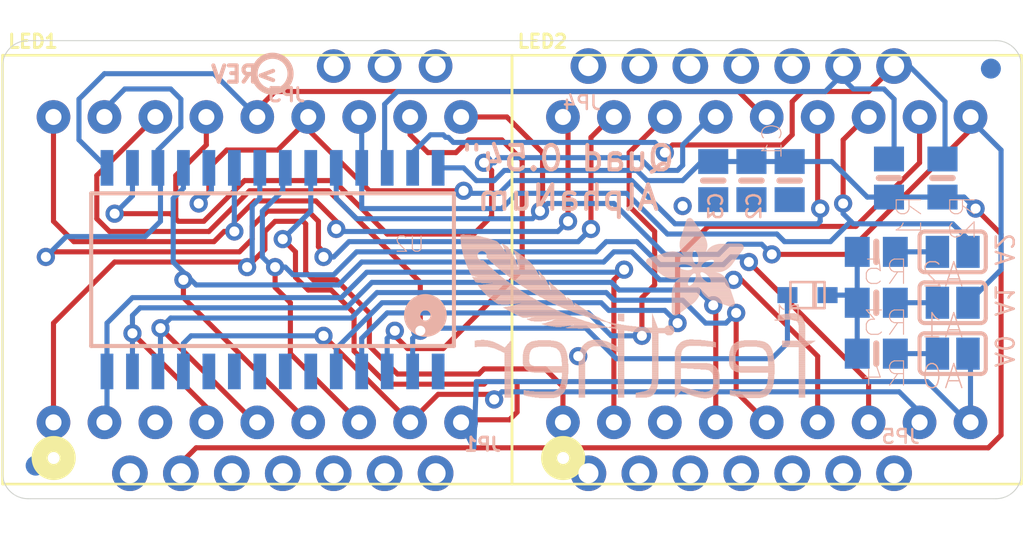
<source format=kicad_pcb>
(kicad_pcb (version 20211014) (generator pcbnew)
  (layers (0 "F.Cu" signal) (1 "In1.Cu" signal) (2 "In2.Cu" signal) (3 "In3.Cu" signal) (4 "In4.Cu" signal) (5 "In5.Cu" signal) (6 "In6.Cu" signal) (7 "In7.Cu" signal) (8 "In8.Cu" signal) (9 "In9.Cu" signal) (10 "In10.Cu" signal) (11 "In11.Cu" signal) (12 "In12.Cu" signal) (13 "In13.Cu" signal) (14 "In14.Cu" signal) (31 "B.Cu" signal) (34 "B.Paste" user) (35 "F.Paste" user) (36 "B.SilkS" user "B.Silkscreen") (37 "F.SilkS" user "F.Silkscreen") (38 "B.Mask" user) (39 "F.Mask" user) (44 "Edge.Cuts" user))
  (net 0 "")
  (net 1 "VDD")
  (net 2 "GND")
  (net 3 "N$19")
  (net 4 "N$20")
  (net 5 "A1")
  (net 6 "COM0")
  (net 7 "N$10")
  (net 8 "N$11")
  (net 9 "N$12")
  (net 10 "N$13")
  (net 11 "N$16")
  (net 12 "A0")
  (net 13 "A2")
  (net 14 "SDA")
  (net 15 "SCL")
  (net 16 "N$1")
  (net 17 "N$7")
  (net 18 "N$4")
  (net 19 "N$5")
  (net 20 "N$6")
  (net 21 "N$8")
  (net 22 "N$9")
  (net 23 "N$14")
  (net 24 "N$15")
  (net 25 "COM1")
  (net 26 "COM2")
  (net 27 "COM3")
  (footprint "boardEagle:SEGMENT_STARTBUST_DUAL_KWA-541CBB" (layer "F.Cu") (at 161.2011 105.0036)
    (fp_text reference "LED2")
    (fp_text value "")
  )
  (footprint "boardEagle:SEGMENT_STARTBUST_DUAL_KWA-541CBB" (layer "F.Cu") (at 135.8011 105.0036)
    (fp_text reference "LED1")
    (fp_text value "")
  )
  (footprint "boardEagle:0805-NO" (layer "B.Cu") (at 166.6621 106.6546)
    (fp_text reference "R3")
    (fp_text value "47K")
  )
  (footprint "boardEagle:1X03_ROUND" (layer "B.Cu") (at 142.1511 94.8436)
    (fp_text reference "JP3")
    (fp_text value "")
  )
  (footprint "boardEagle:0805-NO" (layer "B.Cu") (at 162.3441 100.5586 -90)
    (fp_text reference "C1")
    (fp_text value "10uF")
  )
  (footprint "boardEagle:0805-NO" (layer "B.Cu") (at 166.6621 109.1946)
    (fp_text reference "R4")
    (fp_text value "47K")
  )
  (footprint "boardEagle:SOLDERJUMPER_REFLOW_NOPASTE" (layer "B.Cu") (at 170.4721 109.1946)
    (fp_text reference "A0")
    (fp_text value "")
  )
  (footprint "boardEagle:SOD-323F" (layer "B.Cu") (at 163.2331 106.2736)
    (fp_text reference "D1")
    (fp_text value "1N4148")
  )
  (footprint "boardEagle:0805-NO" (layer "B.Cu") (at 167.2971 100.4316 90)
    (fp_text reference "R1")
    (fp_text value "10K")
  )
  (footprint "boardEagle:0805-NO" (layer "B.Cu") (at 169.9641 100.4316 90)
    (fp_text reference "R2")
    (fp_text value "10K")
  )
  (footprint "boardEagle:FIDUCIAL_1MM" (layer "B.Cu") (at 172.3771 94.9706 180)
    (fp_text reference "U$2" hide)
    (fp_text value "FIDUCIAL\"\"" hide)
  )
  (footprint "boardEagle:1X07_ROUND_70" (layer "B.Cu") (at 137.0711 115.1636 180)
    (fp_text reference "JP1")
    (fp_text value "")
  )
  (footprint "boardEagle:1X07_ROUND_70" (layer "B.Cu") (at 159.9311 115.1636 180)
    (fp_text reference "JP5")
    (fp_text value "")
  )
  (footprint "boardEagle:FIDUCIAL_1MM" (layer "B.Cu") (at 124.7521 114.7826 180)
    (fp_text reference "U$1" hide)
    (fp_text value "FIDUCIAL\"\"" hide)
  )
  (footprint "boardEagle:SOP28_300MIL_SKINNY" (layer "B.Cu") (at 136.5631 105.0036 180)
    (fp_text reference "U2")
    (fp_text value "")
  )
  (footprint "boardEagle:0805-NO" (layer "B.Cu") (at 166.6621 104.1146)
    (fp_text reference "R5")
    (fp_text value "47K")
  )
  (footprint "boardEagle:FEATHERLOGO_MED" (layer "B.Cu") (at 163.7411 111.4806 180)
    (fp_text reference "U$4" hide)
    (fp_text value "" hide)
  )
  (footprint "boardEagle:ADAFRUIT_5MM" (layer "B.Cu") (at 160.0581 107.2896 180)
    (fp_text reference "U$5" hide)
    (fp_text value "" hide)
  )
  (footprint "boardEagle:SOLDERJUMPER_REFLOW_NOPASTE" (layer "B.Cu") (at 170.4721 106.6546)
    (fp_text reference "A1")
    (fp_text value "")
  )
  (footprint "boardEagle:SOLDERJUMPER_REFLOW_NOPASTE" (layer "B.Cu") (at 170.4721 104.1146)
    (fp_text reference "A2")
    (fp_text value "")
  )
  (footprint "boardEagle:1X07_ROUND_70" (layer "B.Cu") (at 159.9311 94.8436)
    (fp_text reference "JP4")
    (fp_text value "")
  )
  (footprint "boardEagle:0805-NO" (layer "B.Cu") (at 160.4391 100.5586 -90)
    (fp_text reference "C2")
    (fp_text value "10uF")
  )
  (footprint "boardEagle:0805-NO" (layer "B.Cu") (at 158.5341 100.5586 -90)
    (fp_text reference "C3")
    (fp_text value "10uF")
  )
  (footprint "boardEagle:PCBFEAT-REV-040" (layer "B.Cu") (at 136.5631 95.2246 180)
    (fp_text reference "U$3" hide)
    (fp_text value "" hide)
  )
  (gr_line (start 173.9011 115.1636) (end 173.9011 94.8436) (layer "Edge.Cuts") (width 0.05))
  (gr_line (start 172.6311 93.5736) (end 124.3711 93.5736) (layer "Edge.Cuts") (width 0.05))
  (gr_arc (start 123.1011 94.8436) (mid 123.473074 93.945574) (end 124.3711 93.5736) (layer "Edge.Cuts") (width 0.05))
  (gr_arc (start 172.6311 93.5736) (mid 173.529126 93.945574) (end 173.9011 94.8436) (layer "Edge.Cuts") (width 0.05))
  (gr_line (start 123.1011 94.8436) (end 123.1011 115.1636) (layer "Edge.Cuts") (width 0.05))
  (gr_line (start 124.3711 116.4336) (end 172.6311 116.4336) (layer "Edge.Cuts") (width 0.05))
  (gr_arc (start 173.9011 115.1636) (mid 173.529126 116.061626) (end 172.6311 116.4336) (layer "Edge.Cuts") (width 0.05))
  (gr_arc (start 124.3711 116.4336) (mid 123.473074 116.061626) (end 123.1011 115.1636) (layer "Edge.Cuts") (width 0.05))
  (gr_text "A1" (at 172.5041 107.4166 -90) (layer "B.SilkS") (effects (font (size 0.89408 0.89408) (thickness 0.12192)) (justify left bottom mirror)))
  (gr_text "Quad 0.54\"\nAlphaNum" (at 151.2951 100.4316) (layer "B.SilkS") (effects (font (size 1.223264 1.223264) (thickness 0.199136)) (justify mirror)))
  (gr_text "A2" (at 172.5041 104.8766 -90) (layer "B.SilkS") (effects (font (size 0.89408 0.89408) (thickness 0.12192)) (justify left bottom mirror)))
  (gr_text "A0" (at 172.5041 109.9566 -90) (layer "B.SilkS") (effects (font (size 0.89408 0.89408) (thickness 0.12192)) (justify left bottom mirror)))
  (segment (start 172.8851 103.2256) (end 171.6151 101.9556) (width 0.254) (layer "F.Cu") (net 1))
  (segment (start 172.2501 113.8936) (end 172.8851 113.2586) (width 0.254) (layer "F.Cu") (net 1))
  (segment (start 132.7531 113.8936) (end 172.2501 113.8936) (width 0.254) (layer "F.Cu") (net 1))
  (segment (start 131.9911 115.1636) (end 131.9911 114.6556) (width 0.254) (layer "F.Cu") (net 1))
  (segment (start 172.8851 113.2586) (end 172.8851 103.2256) (width 0.254) (layer "F.Cu") (net 1))
  (segment (start 131.9911 114.6556) (end 132.7531 113.8936) (width 0.254) (layer "F.Cu") (net 1))
  (via (at 171.6151 101.9556) (size 0.9064) (drill 0.5) (layers "F.Cu" "B.Cu") (net 1))
  (segment (start 154.7241 100.0506) (end 155.2321 100.5586) (width 0.254) (layer "B.Cu") (net 1))
  (segment (start 171.0411 101.3816) (end 171.6151 101.9556) (width 0.254) (layer "B.Cu") (net 1))
  (segment (start 148.1201 100.0506) (end 154.7241 100.0506) (width 0.254) (layer "B.Cu") (net 1))
  (segment (start 157.0101 100.5586) (end 157.9601 99.6086) (width 0.254) (layer "B.Cu") (net 1))
  (segment (start 169.9641 101.3816) (end 167.2971 101.3816) (width 0.254) (layer "B.Cu") (net 1))
  (segment (start 164.4421 99.6086) (end 162.3441 99.6086) (width 0.254) (layer "B.Cu") (net 1))
  (segment (start 167.2971 101.3816) (end 166.2151 101.3816) (width 0.254) (layer "B.Cu") (net 1))
  (segment (start 144.8181 99.9236) (end 146.0881 99.9236) (width 0.254) (layer "B.Cu") (net 1))
  (segment (start 146.7231 100.5586) (end 147.6121 100.5586) (width 0.254) (layer "B.Cu") (net 1))
  (segment (start 155.2321 100.5586) (end 157.0101 100.5586) (width 0.254) (layer "B.Cu") (net 1))
  (segment (start 166.2151 101.3816) (end 164.4421 99.6086) (width 0.254) (layer "B.Cu") (net 1))
  (segment (start 147.6121 100.5586) (end 148.1201 100.0506) (width 0.254) (layer "B.Cu") (net 1))
  (segment (start 158.5341 99.6086) (end 160.4391 99.6086) (width 0.254) (layer "B.Cu") (net 1))
  (segment (start 169.9641 101.3816) (end 171.0411 101.3816) (width 0.254) (layer "B.Cu") (net 1))
  (segment (start 157.9601 99.6086) (end 158.5341 99.6086) (width 0.254) (layer "B.Cu") (net 1))
  (segment (start 146.0881 99.9236) (end 146.7231 100.5586) (width 0.254) (layer "B.Cu") (net 1))
  (segment (start 160.4391 99.6086) (end 162.3441 99.6086) (width 0.254) (layer "B.Cu") (net 1))
  (via (at 157.0101 101.8286) (size 0.9064) (drill 0.5) (layers "F.Cu" "B.Cu") (net 2))
  (via (at 151.8031 109.3216) (size 0.9064) (drill 0.5) (layers "F.Cu" "B.Cu") (net 2))
  (segment (start 169.7101 106.6546) (end 167.6121 106.6546) (width 0.254) (layer "B.Cu") (net 3))
  (segment (start 169.7101 109.1946) (end 167.6121 109.1946) (width 0.254) (layer "B.Cu") (net 4))
  (segment (start 161.4551 104.2416) (end 165.1381 104.2416) (width 0.254) (layer "F.Cu") (net 5))
  (segment (start 171.3611 98.0186) (end 171.3611 97.3836) (width 0.254) (layer "F.Cu") (net 5))
  (segment (start 148.2471 97.3836) (end 150.0251 99.1616) (width 0.254) (layer "F.Cu") (net 5))
  (segment (start 150.0251 101.9556) (end 149.8981 102.0826) (width 0.254) (layer "F.Cu") (net 5))
  (segment (start 165.1381 104.2416) (end 171.3611 98.0186) (width 0.254) (layer "F.Cu") (net 5))
  (segment (start 145.9611 97.3836) (end 148.2471 97.3836) (width 0.254) (layer "F.Cu") (net 5))
  (segment (start 150.0251 99.1616) (end 150.0251 101.9556) (width 0.254) (layer "F.Cu") (net 5))
  (via (at 149.8981 102.0826) (size 0.9064) (drill 0.5) (layers "F.Cu" "B.Cu") (net 5))
  (via (at 161.4551 104.2416) (size 0.9064) (drill 0.5) (layers "F.Cu" "B.Cu") (net 5))
  (segment (start 160.9471 103.7336) (end 161.4551 104.2416) (width 0.254) (layer "B.Cu") (net 5))
  (segment (start 172.8851 105.0036) (end 172.8851 99.0346) (width 0.254) (layer "B.Cu") (net 5))
  (segment (start 171.3611 97.5106) (end 171.3611 97.3836) (width 0.254) (layer "B.Cu") (net 5))
  (segment (start 159.2961 103.7336) (end 160.9471 103.7336) (width 0.254) (layer "B.Cu") (net 5))
  (segment (start 158.7881 104.2416) (end 159.2961 103.7336) (width 0.254) (layer "B.Cu") (net 5))
  (segment (start 171.2341 106.6546) (end 172.8851 105.0036) (width 0.254) (layer "B.Cu") (net 5))
  (segment (start 172.8851 99.0346) (end 171.3611 97.5106) (width 0.254) (layer "B.Cu") (net 5))
  (segment (start 149.5171 102.4636) (end 149.8981 102.0826) (width 0.254) (layer "B.Cu") (net 5))
  (segment (start 140.7541 102.4636) (end 149.5171 102.4636) (width 0.254) (layer "B.Cu") (net 5))
  (segment (start 153.5811 101.7016) (end 156.1211 104.2416) (width 0.254) (layer "B.Cu") (net 5))
  (segment (start 140.7541 102.4636) (end 139.7381 101.4476) (width 0.254) (layer "B.Cu") (net 5))
  (segment (start 150.2791 101.7016) (end 153.5811 101.7016) (width 0.254) (layer "B.Cu") (net 5))
  (segment (start 139.7381 99.9236) (end 139.7381 101.4476) (width 0.254) (layer "B.Cu") (net 5))
  (segment (start 149.8981 102.0826) (end 150.2791 101.7016) (width 0.254) (layer "B.Cu") (net 5))
  (segment (start 156.1211 104.2416) (end 158.7881 104.2416) (width 0.254) (layer "B.Cu") (net 5))
  (segment (start 139.3571 101.0666) (end 143.9291 105.6386) (width 0.254) (layer "F.Cu") (net 6))
  (segment (start 135.4201 101.0666) (end 139.3571 101.0666) (width 0.254) (layer "F.Cu") (net 6))
  (segment (start 135.4201 101.0666) (end 133.3881 103.0986) (width 0.254) (layer "F.Cu") (net 6))
  (segment (start 143.9291 105.6386) (end 143.9291 108.0516) (width 0.254) (layer "F.Cu") (net 6))
  (segment (start 133.3881 103.0986) (end 128.4351 103.0986) (width 0.254) (layer "F.Cu") (net 6))
  (segment (start 127.8001 100.3046) (end 130.7211 97.3836) (width 0.254) (layer "F.Cu") (net 6))
  (segment (start 128.4351 103.0986) (end 127.8001 102.4636) (width 0.254) (layer "F.Cu") (net 6))
  (segment (start 127.8001 102.4636) (end 127.8001 100.3046) (width 0.254) (layer "F.Cu") (net 6))
  (via (at 143.9291 108.0516) (size 0.9064) (drill 0.5) (layers "F.Cu" "B.Cu") (net 6))
  (segment (start 143.5481 108.4326) (end 143.9291 108.0516) (width 0.254) (layer "B.Cu") (net 6))
  (segment (start 143.5481 110.0836) (end 143.5481 108.4326) (width 0.254) (layer "B.Cu") (net 6))
  (segment (start 162.2331 107.0196) (end 162.2331 106.2736) (width 0.254) (layer "B.Cu") (net 6))
  (segment (start 143.9291 108.0516) (end 143.9291 107.9246) (width 0.254) (layer "B.Cu") (net 6))
  (segment (start 143.9291 107.9246) (end 152.1841 107.9246) (width 0.254) (layer "B.Cu") (net 6))
  (segment (start 153.7081 109.4486) (end 161.4551 109.4486) (width 0.254) (layer "B.Cu") (net 6))
  (segment (start 162.2331 108.6706) (end 162.2331 106.2736) (width 0.254) (layer "B.Cu") (net 6))
  (segment (start 161.4551 109.4486) (end 162.2331 108.6706) (width 0.254) (layer "B.Cu") (net 6))
  (segment (start 152.1841 107.9246) (end 153.7081 109.4486) (width 0.254) (layer "B.Cu") (net 6))
  (segment (start 136.6901 105.8926) (end 136.6901 104.8766) (width 0.254) (layer "F.Cu") (net 7))
  (segment (start 137.4521 106.6546) (end 137.4521 109.1946) (width 0.254) (layer "F.Cu") (net 7))
  (segment (start 166.2811 112.6236) (end 166.2811 110.5916) (width 0.254) (layer "F.Cu") (net 7))
  (segment (start 137.4521 109.1946) (end 140.8811 112.6236) (width 0.254) (layer "F.Cu") (net 7))
  (segment (start 137.4521 106.6546) (end 136.6901 105.8926) (width 0.254) (layer "F.Cu") (net 7))
  (segment (start 166.2811 110.5916) (end 160.3121 104.6226) (width 0.254) (layer "F.Cu") (net 7))
  (via (at 160.3121 104.6226) (size 0.9064) (drill 0.5) (layers "F.Cu" "B.Cu") (net 7))
  (via (at 136.6901 104.8766) (size 0.9064) (drill 0.5) (layers "F.Cu" "B.Cu") (net 7))
  (segment (start 137.0711 101.0666) (end 137.0711 100.0506) (width 0.254) (layer "B.Cu") (net 7))
  (segment (start 137.0711 100.0506) (end 137.1981 99.9236) (width 0.254) (layer "B.Cu") (net 7))
  (segment (start 140.7541 104.1146) (end 152.6921 104.1146) (width 0.254) (layer "B.Cu") (net 7))
  (segment (start 160.0581 104.3686) (end 160.3121 104.6226) (width 0.254) (layer "B.Cu") (net 7))
  (segment (start 159.0421 104.7496) (end 159.4231 104.3686) (width 0.254) (layer "B.Cu") (net 7))
  (segment (start 153.2001 103.6066) (end 154.7241 103.6066) (width 0.254) (layer "B.Cu") (net 7))
  (segment (start 137.5791 105.2576) (end 137.1981 104.8766) (width 0.254) (layer "B.Cu") (net 7))
  (segment (start 154.7241 103.6066) (end 155.8671 104.7496) (width 0.254) (layer "B.Cu") (net 7))
  (segment (start 137.5791 105.2576) (end 139.6111 105.2576) (width 0.254) (layer "B.Cu") (net 7))
  (segment (start 139.6111 105.2576) (end 140.7541 104.1146) (width 0.254) (layer "B.Cu") (net 7))
  (segment (start 155.8671 104.7496) (end 159.0421 104.7496) (width 0.254) (layer "B.Cu") (net 7))
  (segment (start 136.5631 104.8766) (end 136.6901 104.8766) (width 0.254) (layer "B.Cu") (net 7))
  (segment (start 137.1981 104.8766) (end 136.6901 104.8766) (width 0.254) (layer "B.Cu") (net 7))
  (segment (start 159.4231 104.3686) (end 160.0581 104.3686) (width 0.254) (layer "B.Cu") (net 7))
  (segment (start 136.0551 102.0826) (end 136.0551 104.3686) (width 0.254) (layer "B.Cu") (net 7))
  (segment (start 152.6921 104.1146) (end 153.2001 103.6066) (width 0.254) (layer "B.Cu") (net 7))
  (segment (start 136.0551 104.3686) (end 136.5631 104.8766) (width 0.254) (layer "B.Cu") (net 7))
  (segment (start 137.0711 101.0666) (end 136.0551 102.0826) (width 0.254) (layer "B.Cu") (net 7))
  (segment (start 128.6891 104.6226) (end 125.6411 107.6706) (width 0.254) (layer "F.Cu") (net 8))
  (segment (start 141.3891 107.1626) (end 139.7381 105.5116) (width 0.254) (layer "F.Cu") (net 8))
  (segment (start 128.6891 104.6226) (end 135.1661 104.6226) (width 0.254) (layer "F.Cu") (net 8))
  (segment (start 135.2931 104.8766) (end 136.1821 103.9876) (width 0.254) (layer "F.Cu") (net 8))
  (segment (start 135.1661 104.6226) (end 135.2931 104.7496) (width 0.254) (layer "F.Cu") (net 8))
  (segment (start 125.6411 107.6706) (end 125.6411 112.6236) (width 0.254) (layer "F.Cu") (net 8))
  (segment (start 138.2141 105.1306) (end 138.2141 102.7176) (width 0.254) (layer "F.Cu") (net 8))
  (segment (start 150.1521 109.9566) (end 151.0411 110.8456) (width 0.254) (layer "F.Cu") (net 8))
  (segment (start 141.3891 108.8136) (end 141.3891 107.1626) (width 0.254) (layer "F.Cu") (net 8))
  (segment (start 147.1041 109.9566) (end 150.1521 109.9566) (width 0.254) (layer "F.Cu") (net 8))
  (segment (start 136.6901 102.5906) (end 138.0871 102.5906) (width 0.254) (layer "F.Cu") (net 8))
  (segment (start 138.5951 105.5116) (end 138.2141 105.1306) (width 0.254) (layer "F.Cu") (net 8))
  (segment (start 138.0871 102.5906) (end 138.2141 102.7176) (width 0.254) (layer "F.Cu") (net 8))
  (segment (start 142.7861 110.2106) (end 146.8501 110.2106) (width 0.254) (layer "F.Cu") (net 8))
  (segment (start 135.2931 104.7496) (end 135.2931 104.8766) (width 0.254) (layer "F.Cu") (net 8))
  (segment (start 141.3891 108.8136) (end 142.7861 110.2106) (width 0.254) (layer "F.Cu") (net 8))
  (segment (start 136.1821 103.9876) (end 136.1821 103.0986) (width 0.254) (layer "F.Cu") (net 8))
  (segment (start 146.8501 110.2106) (end 147.1041 109.9566) (width 0.254) (layer "F.Cu") (net 8))
  (segment (start 136.1821 103.0986) (end 136.6901 102.5906) (width 0.254) (layer "F.Cu") (net 8))
  (segment (start 139.7381 105.5116) (end 138.5951 105.5116) (width 0.254) (layer "F.Cu") (net 8))
  (segment (start 151.0411 110.8456) (end 151.0411 112.6236) (width 0.254) (layer "F.Cu") (net 8))
  (via (at 135.2931 104.8766) (size 0.9064) (drill 0.5) (layers "F.Cu" "B.Cu") (net 8))
  (segment (start 135.9281 101.4476) (end 135.5471 101.8286) (width 0.254) (layer "B.Cu") (net 8))
  (segment (start 135.5471 101.8286) (end 135.5471 104.6226) (width 0.254) (layer "B.Cu") (net 8))
  (segment (start 135.9281 99.9236) (end 135.9281 101.4476) (width 0.254) (layer "B.Cu") (net 8))
  (segment (start 135.5471 104.6226) (end 135.2931 104.8766) (width 0.254) (layer "B.Cu") (net 8))
  (segment (start 133.6421 103.6066) (end 126.6571 103.6066) (width 0.254) (layer "F.Cu") (net 9))
  (segment (start 151.0411 97.3836) (end 151.2951 97.6376) (width 0.254) (layer "F.Cu") (net 9))
  (segment (start 134.1501 103.0986) (end 133.6421 103.6066) (width 0.254) (layer "F.Cu") (net 9))
  (segment (start 151.2951 97.6376) (end 151.2951 102.5906) (width 0.254) (layer "F.Cu") (net 9))
  (segment (start 135.6741 101.5746) (end 138.7221 101.5746) (width 0.254) (layer "F.Cu") (net 9))
  (segment (start 134.6581 103.0986) (end 134.1501 103.0986) (width 0.254) (layer "F.Cu") (net 9))
  (segment (start 134.6581 103.0986) (end 134.6581 102.5906) (width 0.254) (layer "F.Cu") (net 9))
  (segment (start 139.7381 102.5906) (end 139.7381 102.9716) (width 0.254) (layer "F.Cu") (net 9))
  (segment (start 125.6411 102.5906) (end 125.6411 97.3836) (width 0.254) (layer "F.Cu") (net 9))
  (segment (start 134.6581 102.5906) (end 135.6741 101.5746) (width 0.254) (layer "F.Cu") (net 9))
  (segment (start 126.6571 103.6066) (end 125.6411 102.5906) (width 0.254) (layer "F.Cu") (net 9))
  (segment (start 138.7221 101.5746) (end 139.7381 102.5906) (width 0.254) (layer "F.Cu") (net 9))
  (via (at 139.7381 102.9716) (size 0.9064) (drill 0.5) (layers "F.Cu" "B.Cu") (net 9))
  (via (at 134.6581 103.0986) (size 0.9064) (drill 0.5) (layers "F.Cu" "B.Cu") (net 9))
  (via (at 151.2951 102.5906) (size 0.9064) (drill 0.5) (layers "F.Cu" "B.Cu") (net 9))
  (segment (start 134.6581 99.9236) (end 134.6581 103.0986) (width 0.254) (layer "B.Cu") (net 9))
  (segment (start 139.9921 103.0986) (end 139.8651 102.9716) (width 0.254) (layer "B.Cu") (net 9))
  (segment (start 150.7871 103.0986) (end 151.2951 102.5906) (width 0.254) (layer "B.Cu") (net 9))
  (segment (start 139.8651 102.9716) (end 139.7381 102.9716) (width 0.254) (layer "B.Cu") (net 9))
  (segment (start 139.9921 103.0986) (end 150.7871 103.0986) (width 0.254) (layer "B.Cu") (net 9))
  (segment (start 133.3881 99.9236) (end 133.3881 101.1936) (width 0.254) (layer "F.Cu") (net 10))
  (segment (start 163.7411 101.8286) (end 163.7411 97.3836) (width 0.254) (layer "F.Cu") (net 10))
  (segment (start 138.2141 97.5106) (end 138.3411 97.3836) (width 0.254) (layer "F.Cu") (net 10))
  (segment (start 141.3891 101.0666) (end 146.0881 101.0666) (width 0.254) (layer "F.Cu") (net 10))
  (segment (start 163.8681 101.9556) (end 163.7411 101.8286) (width 0.254) (layer "F.Cu") (net 10))
  (segment (start 138.2141 97.8916) (end 138.2141 97.5106) (width 0.254) (layer "F.Cu") (net 10))
  (segment (start 138.0871 97.7646) (end 136.8171 99.0346) (width 0.254) (layer "F.Cu") (net 10))
  (segment (start 138.0871 97.7646) (end 138.0871 97.6376) (width 0.254) (layer "F.Cu") (net 10))
  (segment (start 133.3881 101.1936) (end 132.8801 101.7016) (width 0.254) (layer "F.Cu") (net 10))
  (segment (start 138.2141 97.8916) (end 141.3891 101.0666) (width 0.254) (layer "F.Cu") (net 10))
  (segment (start 134.2771 99.0346) (end 133.3881 99.9236) (width 0.254) (layer "F.Cu") (net 10))
  (segment (start 138.0871 97.6376) (end 138.3411 97.3836) (width 0.254) (layer "F.Cu") (net 10))
  (segment (start 136.8171 99.0346) (end 134.2771 99.0346) (width 0.254) (layer "F.Cu") (net 10))
  (via (at 146.0881 101.0666) (size 0.9064) (drill 0.5) (layers "F.Cu" "B.Cu") (net 10))
  (via (at 132.8801 101.7016) (size 0.9064) (drill 0.5) (layers "F.Cu" "B.Cu") (net 10))
  (via (at 163.8681 101.9556) (size 0.9064) (drill 0.5) (layers "F.Cu" "B.Cu") (net 10))
  (segment (start 133.5151 101.0666) (end 132.8801 101.7016) (width 0.254) (layer "B.Cu") (net 10))
  (segment (start 154.4701 100.5586) (end 156.6291 102.7176) (width 0.254) (layer "B.Cu") (net 10))
  (segment (start 163.7411 102.7176) (end 163.8681 102.5906) (width 0.254) (layer "B.Cu") (net 10))
  (segment (start 156.6291 102.7176) (end 163.7411 102.7176) (width 0.254) (layer "B.Cu") (net 10))
  (segment (start 148.5011 100.5586) (end 154.4701 100.5586) (width 0.254) (layer "B.Cu") (net 10))
  (segment (start 146.2151 101.1936) (end 146.0881 101.0666) (width 0.254) (layer "B.Cu") (net 10))
  (segment (start 148.5011 100.5586) (end 147.8661 101.1936) (width 0.254) (layer "B.Cu") (net 10))
  (segment (start 133.5151 100.0506) (end 133.5151 101.0666) (width 0.254) (layer "B.Cu") (net 10))
  (segment (start 163.8681 102.5906) (end 163.8681 101.9556) (width 0.254) (layer "B.Cu") (net 10))
  (segment (start 133.5151 100.0506) (end 133.3881 99.9236) (width 0.254) (layer "B.Cu") (net 10))
  (segment (start 147.8661 101.1936) (end 146.2151 101.1936) (width 0.254) (layer "B.Cu") (net 10))
  (segment (start 163.7411 112.4966) (end 163.7411 112.6236) (width 0.254) (layer "F.Cu") (net 11))
  (segment (start 163.7411 112.6236) (end 163.7411 109.3216) (width 0.254) (layer "F.Cu") (net 11))
  (segment (start 132.1181 106.4006) (end 132.1181 105.5116) (width 0.254) (layer "F.Cu") (net 11))
  (segment (start 138.3411 112.6236) (end 132.1181 106.4006) (width 0.254) (layer "F.Cu") (net 11))
  (segment (start 163.7411 109.3216) (end 159.9311 105.5116) (width 0.254) (layer "F.Cu") (net 11))
  (segment (start 159.9311 105.5116) (end 159.5501 105.5116) (width 0.254) (layer "F.Cu") (net 11))
  (via (at 159.5501 105.5116) (size 0.9064) (drill 0.5) (layers "F.Cu" "B.Cu") (net 11))
  (via (at 132.1181 105.5116) (size 0.9064) (drill 0.5) (layers "F.Cu" "B.Cu") (net 11))
  (segment (start 153.0731 104.6226) (end 153.5811 104.1146) (width 0.254) (layer "B.Cu") (net 11))
  (segment (start 131.6101 101.4476) (end 131.6101 104.6226) (width 0.254) (layer "B.Cu") (net 11))
  (segment (start 131.6101 104.6226) (end 132.1181 105.1306) (width 0.254) (layer "B.Cu") (net 11))
  (segment (start 139.8651 105.7656) (end 141.0081 104.6226) (width 0.254) (layer "B.Cu") (net 11))
  (segment (start 132.1181 99.9236) (end 132.1181 100.9396) (width 0.254) (layer "B.Cu") (net 11))
  (segment (start 132.1181 100.9396) (end 131.6101 101.4476) (width 0.254) (layer "B.Cu") (net 11))
  (segment (start 155.8671 105.5116) (end 159.5501 105.5116) (width 0.254) (layer "B.Cu") (net 11))
  (segment (start 153.5811 104.1146) (end 154.4701 104.1146) (width 0.254) (layer "B.Cu") (net 11))
  (segment (start 141.0081 104.6226) (end 153.0731 104.6226) (width 0.254) (layer "B.Cu") (net 11))
  (segment (start 154.4701 104.1146) (end 155.8671 105.5116) (width 0.254) (layer "B.Cu") (net 11))
  (segment (start 132.1181 105.1306) (end 132.1181 105.5116) (width 0.254) (layer "B.Cu") (net 11))
  (segment (start 132.7531 105.7656) (end 139.8651 105.7656) (width 0.254) (layer "B.Cu") (net 11))
  (segment (start 132.1181 105.1306) (end 132.7531 105.7656) (width 0.254) (layer "B.Cu") (net 11))
  (segment (start 145.9611 112.4966) (end 145.9611 112.6236) (width 0.254) (layer "F.Cu") (net 12))
  (segment (start 142.2781 110.7186) (end 147.1041 110.7186) (width 0.254) (layer "F.Cu") (net 12))
  (segment (start 148.7551 112.1156) (end 148.3741 112.4966) (width 0.254) (layer "F.Cu") (net 12))
  (segment (start 142.2781 110.7186) (end 140.6271 109.0676) (width 0.254) (layer "F.Cu") (net 12))
  (segment (start 137.7061 104.1146) (end 137.0711 103.4796) (width 0.254) (layer "F.Cu") (net 12))
  (segment (start 147.1041 110.7186) (end 147.2311 110.5916) (width 0.254) (layer "F.Cu") (net 12))
  (segment (start 137.7061 105.3846) (end 137.7061 104.1146) (width 0.254) (layer "F.Cu") (net 12))
  (segment (start 138.3411 106.0196) (end 137.7061 105.3846) (width 0.254) (layer "F.Cu") (net 12))
  (segment (start 147.2311 110.5916) (end 148.7551 110.5916) (width 0.254) (layer "F.Cu") (net 12))
  (segment (start 139.4841 106.0196) (end 138.3411 106.0196) (width 0.254) (layer "F.Cu") (net 12))
  (segment (start 140.6271 109.0676) (end 140.6271 107.1626) (width 0.254) (layer "F.Cu") (net 12))
  (segment (start 148.7551 110.5916) (end 148.7551 112.1156) (width 0.254) (layer "F.Cu") (net 12))
  (segment (start 140.6271 107.1626) (end 139.4841 106.0196) (width 0.254) (layer "F.Cu") (net 12))
  (segment (start 148.3741 112.4966) (end 145.9611 112.4966) (width 0.254) (layer "F.Cu") (net 12))
  (via (at 137.0711 103.4796) (size 0.9064) (drill 0.5) (layers "F.Cu" "B.Cu") (net 12))
  (segment (start 171.2341 112.6236) (end 171.3611 112.6236) (width 0.254) (layer "B.Cu") (net 12))
  (segment (start 146.5961 113.8936) (end 145.9611 112.6236) (width 0.254) (layer "B.Cu") (net 12))
  (segment (start 171.2341 109.1946) (end 171.3611 109.3216) (width 0.254) (layer "B.Cu") (net 12))
  (segment (start 138.4681 99.9236) (end 138.4681 102.0826) (width 0.254) (layer "B.Cu") (net 12))
  (segment (start 138.4681 102.0826) (end 137.0711 103.4796) (width 0.254) (layer "B.Cu") (net 12))
  (segment (start 171.2341 112.4966) (end 171.3611 112.6236) (width 0.254) (layer "B.Cu") (net 12))
  (segment (start 146.7231 110.5916) (end 169.2021 110.5916) (width 0.254) (layer "B.Cu") (net 12))
  (segment (start 146.7231 110.5916) (end 146.5961 113.8936) (width 0.254) (layer "B.Cu") (net 12))
  (segment (start 171.3611 109.3216) (end 171.3611 112.6236) (width 0.254) (layer "B.Cu") (net 12))
  (segment (start 169.2021 110.5916) (end 171.2341 112.6236) (width 0.254) (layer "B.Cu") (net 12))
  (segment (start 165.0111 98.5266) (end 166.1541 97.3836) (width 0.254) (layer "F.Cu") (net 13))
  (segment (start 165.0111 101.7016) (end 165.0111 98.5266) (width 0.254) (layer "F.Cu") (net 13))
  (segment (start 166.1541 97.3836) (end 166.2811 97.3836) (width 0.254) (layer "F.Cu") (net 13))
  (via (at 165.0111 101.7016) (size 0.9064) (drill 0.5) (layers "F.Cu" "B.Cu") (net 13))
  (segment (start 161.7091 103.2256) (end 162.0901 103.6066) (width 0.254) (layer "B.Cu") (net 13))
  (segment (start 164.3761 103.6066) (end 165.3921 102.5906) (width 0.254) (layer "B.Cu") (net 13))
  (segment (start 165.0111 102.2096) (end 165.3921 102.5906) (width 0.254) (layer "B.Cu") (net 13))
  (segment (start 171.2341 103.4796) (end 170.4721 102.7176) (width 0.254) (layer "B.Cu") (net 13))
  (segment (start 162.0901 103.6066) (end 164.3761 103.6066) (width 0.254) (layer "B.Cu") (net 13))
  (segment (start 165.0111 102.2096) (end 165.0111 101.7016) (width 0.254) (layer "B.Cu") (net 13))
  (segment (start 170.4721 102.7176) (end 165.5191 102.7176) (width 0.254) (layer "B.Cu") (net 13))
  (segment (start 141.0081 101.9556) (end 141.0081 99.9236) (width 0.254) (layer "B.Cu") (net 13))
  (segment (start 156.2481 103.2256) (end 161.7091 103.2256) (width 0.254) (layer "B.Cu") (net 13))
  (segment (start 148.7551 101.1936) (end 154.2161 101.1936) (width 0.254) (layer "B.Cu") (net 13))
  (segment (start 171.2341 104.1146) (end 171.2341 103.4796) (width 0.254) (layer "B.Cu") (net 13))
  (segment (start 141.0081 97.5106) (end 140.8811 97.3836) (width 0.254) (layer "B.Cu") (net 13))
  (segment (start 147.9931 101.9556) (end 148.7551 101.1936) (width 0.254) (layer "B.Cu") (net 13))
  (segment (start 141.0081 101.9556) (end 147.9931 101.9556) (width 0.254) (layer "B.Cu") (net 13))
  (segment (start 154.2161 101.1936) (end 156.2481 103.2256) (width 0.254) (layer "B.Cu") (net 13))
  (segment (start 165.3921 102.5906) (end 165.5191 102.7176) (width 0.254) (layer "B.Cu") (net 13))
  (segment (start 141.0081 99.9236) (end 141.0081 97.5106) (width 0.254) (layer "B.Cu") (net 13))
  (segment (start 162.4711 96.6216) (end 162.9791 96.1136) (width 0.254) (layer "F.Cu") (net 14))
  (segment (start 162.4711 98.2726) (end 162.4711 96.6216) (width 0.254) (layer "F.Cu") (net 14))
  (segment (start 156.1211 99.1616) (end 156.5021 98.7806) (width 0.254) (layer "F.Cu") (net 14))
  (segment (start 161.9631 98.7806) (end 162.4711 98.2726) (width 0.254) (layer "F.Cu") (net 14))
  (segment (start 156.5021 98.7806) (end 161.9631 98.7806) (width 0.254) (layer "F.Cu") (net 14))
  (segment (start 166.2811 96.1136) (end 167.5511 94.8436) (width 0.254) (layer "F.Cu") (net 14))
  (segment (start 162.9791 96.1136) (end 166.2811 96.1136) (width 0.254) (layer "F.Cu") (net 14))
  (via (at 156.1211 99.1616) (size 0.9064) (drill 0.5) (layers "F.Cu" "B.Cu") (net 14))
  (segment (start 144.4371 98.2726) (end 143.4211 99.2886) (width 0.254) (layer "B.Cu") (net 14))
  (segment (start 168.3131 94.8436) (end 167.5511 94.8436) (width 0.254) (layer "B.Cu") (net 14))
  (segment (start 143.4211 99.7966) (end 143.5481 99.9236) (width 0.254) (layer "B.Cu") (net 14))
  (segment (start 145.1991 98.3996) (end 145.0721 98.2726) (width 0.254) (layer "B.Cu") (net 14))
  (segment (start 145.3261 98.3996) (end 145.1991 98.3996) (width 0.254) (layer "B.Cu") (net 14))
  (segment (start 168.3131 94.8436) (end 170.0911 96.6216) (width 0.254) (layer "B.Cu") (net 14))
  (segment (start 145.3261 98.3996) (end 145.5801 98.6536) (width 0.254) (layer "B.Cu") (net 14))
  (segment (start 145.0721 98.2726) (end 144.4371 98.2726) (width 0.254) (layer "B.Cu") (net 14))
  (segment (start 170.0911 99.4816) (end 169.9641 99.4816) (width 0.254) (layer "B.Cu") (net 14))
  (segment (start 155.6131 98.6536) (end 156.1211 99.1616) (width 0.254) (layer "B.Cu") (net 14))
  (segment (start 143.4211 99.2886) (end 143.4211 99.7966) (width 0.254) (layer "B.Cu") (net 14))
  (segment (start 170.0911 96.6216) (end 170.0911 99.4816) (width 0.254) (layer "B.Cu") (net 14))
  (segment (start 169.9641 99.8626) (end 169.9641 99.4816) (width 0.254) (layer "B.Cu") (net 14))
  (segment (start 145.5801 98.6536) (end 155.6131 98.6536) (width 0.254) (layer "B.Cu") (net 14))
  (segment (start 142.7861 96.1136) (end 164.1221 96.1136) (width 0.254) (layer "B.Cu") (net 15))
  (segment (start 167.5511 96.4946) (end 167.0431 95.9866) (width 0.254) (layer "B.Cu") (net 15))
  (segment (start 165.5191 95.9866) (end 164.8841 95.3516) (width 0.254) (layer "B.Cu") (net 15))
  (segment (start 167.5511 98.9736) (end 167.2971 99.2276) (width 0.254) (layer "B.Cu") (net 15))
  (segment (start 164.8841 95.3516) (end 165.0111 95.2246) (width 0.254) (layer "B.Cu") (net 15))
  (segment (start 142.1511 99.9236) (end 142.2781 99.9236) (width 0.254) (layer "B.Cu") (net 15))
  (segment (start 167.5511 96.4946) (end 167.5511 98.9736) (width 0.254) (layer "B.Cu") (net 15))
  (segment (start 167.0431 95.9866) (end 165.5191 95.9866) (width 0.254) (layer "B.Cu") (net 15))
  (segment (start 142.1511 96.7486) (end 142.1511 99.9236) (width 0.254) (layer "B.Cu") (net 15))
  (segment (start 167.2971 99.2276) (end 167.2971 99.4816) (width 0.254) (layer "B.Cu") (net 15))
  (segment (start 164.1221 96.1136) (end 164.8841 95.3516) (width 0.254) (layer "B.Cu") (net 15))
  (segment (start 142.1511 96.7486) (end 142.7861 96.1136) (width 0.254) (layer "B.Cu") (net 15))
  (segment (start 165.0111 95.2246) (end 165.0111 94.8436) (width 0.254) (layer "B.Cu") (net 15))
  (segment (start 165.3311 106.2736) (end 165.7121 106.6546) (width 0.254) (layer "B.Cu") (net 16))
  (segment (start 165.7121 109.1946) (end 165.7121 106.6546) (width 0.254) (layer "B.Cu") (net 16))
  (segment (start 164.2331 106.2736) (end 165.3311 106.2736) (width 0.254) (layer "B.Cu") (net 16))
  (segment (start 165.7121 106.6546) (end 165.7121 104.1146) (width 0.254) (layer "B.Cu") (net 16))
  (segment (start 167.6121 104.1146) (end 169.7101 104.1146) (width 0.254) (layer "B.Cu") (net 17))
  (segment (start 125.3871 104.3686) (end 125.2601 104.3686) (width 0.254) (layer "F.Cu") (net 18))
  (segment (start 152.4381 98.3996) (end 153.4541 97.3836) (width 0.254) (layer "F.Cu") (net 18))
  (segment (start 134.9121 104.1146) (end 125.6411 104.1146) (width 0.254) (layer "F.Cu") (net 18))
  (segment (start 153.4541 97.3836) (end 153.5811 97.3836) (width 0.254) (layer "F.Cu") (net 18))
  (segment (start 138.8491 103.8606) (end 138.8491 102.5906) (width 0.254) (layer "F.Cu") (net 18))
  (segment (start 135.5471 103.4796) (end 134.9121 104.1146) (width 0.254) (layer "F.Cu") (net 18))
  (segment (start 138.8491 102.5906) (end 138.3411 102.0826) (width 0.254) (layer "F.Cu") (net 18))
  (segment (start 139.1031 104.1146) (end 139.1031 104.3686) (width 0.254) (layer "F.Cu") (net 18))
  (segment (start 125.6411 104.1146) (end 125.3871 104.3686) (width 0.254) (layer "F.Cu") (net 18))
  (segment (start 138.3411 102.0826) (end 136.3091 102.0826) (width 0.254) (layer "F.Cu") (net 18))
  (segment (start 135.5471 102.8446) (end 135.5471 103.4796) (width 0.254) (layer "F.Cu") (net 18))
  (segment (start 136.3091 102.0826) (end 135.5471 102.8446) (width 0.254) (layer "F.Cu") (net 18))
  (segment (start 138.8491 103.8606) (end 139.1031 104.1146) (width 0.254) (layer "F.Cu") (net 18))
  (segment (start 152.4381 102.9716) (end 152.4381 98.3996) (width 0.254) (layer "F.Cu") (net 18))
  (via (at 152.4381 102.9716) (size 0.9064) (drill 0.5) (layers "F.Cu" "B.Cu") (net 18))
  (via (at 125.2601 104.3686) (size 0.9064) (drill 0.5) (layers "F.Cu" "B.Cu") (net 18))
  (via (at 139.1031 104.3686) (size 0.9064) (drill 0.5) (layers "F.Cu" "B.Cu") (net 18))
  (segment (start 128.1811 97.0026) (end 128.1811 97.3836) (width 0.254) (layer "B.Cu") (net 18))
  (segment (start 131.9911 97.8916) (end 131.9911 96.4946) (width 0.254) (layer "B.Cu") (net 18))
  (segment (start 140.3731 103.6066) (end 151.8031 103.6066) (width 0.254) (layer "B.Cu") (net 18))
  (segment (start 125.2601 104.3686) (end 126.2761 103.3526) (width 0.254) (layer "B.Cu") (net 18))
  (segment (start 131.9911 96.4946) (end 131.4831 95.9866) (width 0.254) (layer "B.Cu") (net 18))
  (segment (start 139.6111 104.3686) (end 139.1031 104.3686) (width 0.254) (layer "B.Cu") (net 18))
  (segment (start 129.1971 95.9866) (end 128.1811 97.0026) (width 0.254) (layer "B.Cu") (net 18))
  (segment (start 130.2131 103.3526) (end 130.9751 102.5906) (width 0.254) (layer "B.Cu") (net 18))
  (segment (start 130.8481 99.0346) (end 131.9911 97.8916) (width 0.254) (layer "B.Cu") (net 18))
  (segment (start 151.8031 103.6066) (end 152.4381 102.9716) (width 0.254) (layer "B.Cu") (net 18))
  (segment (start 140.3731 103.6066) (end 139.6111 104.3686) (width 0.254) (layer "B.Cu") (net 18))
  (segment (start 130.8481 99.9236) (end 130.8481 99.0346) (width 0.254) (layer "B.Cu") (net 18))
  (segment (start 130.9751 102.5906) (end 130.9751 100.0506) (width 0.254) (layer "B.Cu") (net 18))
  (segment (start 126.2761 103.3526) (end 130.2131 103.3526) (width 0.254) (layer "B.Cu") (net 18))
  (segment (start 130.9751 100.0506) (end 130.8481 99.9236) (width 0.254) (layer "B.Cu") (net 18))
  (segment (start 131.4831 95.9866) (end 129.1971 95.9866) (width 0.254) (layer "B.Cu") (net 18))
  (segment (start 133.2611 98.7806) (end 131.7371 100.3046) (width 0.254) (layer "F.Cu") (net 19))
  (segment (start 131.4831 102.2096) (end 131.7371 102.4636) (width 0.254) (layer "F.Cu") (net 19))
  (segment (start 142.2781 103.2256) (end 146.5961 103.2256) (width 0.254) (layer "F.Cu") (net 19))
  (segment (start 131.7371 102.4636) (end 131.8641 102.5906) (width 0.254) (layer "F.Cu") (net 19))
  (segment (start 135.1661 100.5586) (end 139.6111 100.5586) (width 0.254) (layer "F.Cu") (net 19))
  (segment (start 131.4831 102.2096) (end 128.6891 102.2096) (width 0.254) (layer "F.Cu") (net 19))
  (segment (start 133.1341 102.5906) (end 135.1661 100.5586) (width 0.254) (layer "F.Cu") (net 19))
  (segment (start 142.2781 103.2256) (end 139.6111 100.5586) (width 0.254) (layer "F.Cu") (net 19))
  (segment (start 147.4851 102.3366) (end 147.4851 100.0506) (width 0.254) (layer "F.Cu") (net 19))
  (segment (start 147.4851 100.0506) (end 147.1041 99.6696) (width 0.254) (layer "F.Cu") (net 19))
  (segment (start 146.5961 103.2256) (end 147.4851 102.3366) (width 0.254) (layer "F.Cu") (net 19))
  (segment (start 133.2611 97.3836) (end 133.2611 98.7806) (width 0.254) (layer "F.Cu") (net 19))
  (segment (start 131.7371 100.3046) (end 131.7371 102.4636) (width 0.254) (layer "F.Cu") (net 19))
  (segment (start 131.8641 102.5906) (end 133.1341 102.5906) (width 0.254) (layer "F.Cu") (net 19))
  (via (at 147.1041 99.6696) (size 0.9064) (drill 0.5) (layers "F.Cu" "B.Cu") (net 19))
  (via (at 128.6891 102.2096) (size 0.9064) (drill 0.5) (layers "F.Cu" "B.Cu") (net 19))
  (segment (start 147.6121 99.6696) (end 147.1041 99.6696) (width 0.254) (layer "B.Cu") (net 19))
  (segment (start 154.8511 99.4156) (end 155.4861 100.0506) (width 0.254) (layer "B.Cu") (net 19))
  (segment (start 147.8661 99.4156) (end 147.6121 99.6696) (width 0.254) (layer "B.Cu") (net 19))
  (segment (start 158.4071 97.3836) (end 158.6611 97.3836) (width 0.254) (layer "B.Cu") (net 19))
  (segment (start 154.8511 99.4156) (end 147.8661 99.4156) (width 0.254) (layer "B.Cu") (net 19))
  (segment (start 156.7561 100.0506) (end 157.0101 99.7966) (width 0.254) (layer "B.Cu") (net 19))
  (segment (start 128.6891 102.2096) (end 129.5781 101.3206) (width 0.254) (layer "B.Cu") (net 19))
  (segment (start 156.7561 100.0506) (end 155.4861 100.0506) (width 0.254) (layer "B.Cu") (net 19))
  (segment (start 157.0101 98.7806) (end 158.4071 97.3836) (width 0.254) (layer "B.Cu") (net 19))
  (segment (start 129.5781 101.3206) (end 129.5781 99.9236) (width 0.254) (layer "B.Cu") (net 19))
  (segment (start 157.0101 99.7966) (end 157.0101 98.7806) (width 0.254) (layer "B.Cu") (net 19))
  (segment (start 161.0741 97.3836) (end 161.2011 97.3836) (width 0.254) (layer "F.Cu") (net 20))
  (segment (start 135.8011 97.0026) (end 135.8011 97.3836) (width 0.254) (layer "F.Cu") (net 20))
  (segment (start 159.8041 96.1136) (end 136.6901 96.1136) (width 0.254) (layer "F.Cu") (net 20))
  (segment (start 136.6901 96.1136) (end 135.8011 97.0026) (width 0.254) (layer "F.Cu") (net 20))
  (segment (start 159.8041 96.1136) (end 161.0741 97.3836) (width 0.254) (layer "F.Cu") (net 20))
  (segment (start 133.6421 95.2246) (end 128.1811 95.2246) (width 0.254) (layer "B.Cu") (net 20))
  (segment (start 135.8011 97.3836) (end 133.6421 95.2246) (width 0.254) (layer "B.Cu") (net 20))
  (segment (start 126.9111 98.5266) (end 128.3081 99.9236) (width 0.254) (layer "B.Cu") (net 20))
  (segment (start 128.1811 95.2246) (end 126.9111 96.4946) (width 0.254) (layer "B.Cu") (net 20))
  (segment (start 126.9111 96.4946) (end 126.9111 98.5266) (width 0.254) (layer "B.Cu") (net 20))
  (segment (start 153.5811 112.6236) (end 153.5811 105.5116) (width 0.254) (layer "F.Cu") (net 21))
  (segment (start 153.5811 105.5116) (end 154.0891 105.0036) (width 0.254) (layer "F.Cu") (net 21))
  (via (at 154.0891 105.0036) (size 0.9064) (drill 0.5) (layers "F.Cu" "B.Cu") (net 21))
  (segment (start 128.3081 112.6236) (end 128.3081 110.0836) (width 0.254) (layer "B.Cu") (net 21))
  (segment (start 128.3081 110.0836) (end 128.3081 107.6706) (width 0.254) (layer "B.Cu") (net 21))
  (segment (start 129.5781 106.4006) (end 128.3081 107.6706) (width 0.254) (layer "B.Cu") (net 21))
  (segment (start 139.9921 106.4006) (end 129.5781 106.4006) (width 0.254) (layer "B.Cu") (net 21))
  (segment (start 139.9921 106.4006) (end 141.2621 105.1306) (width 0.254) (layer "B.Cu") (net 21))
  (segment (start 141.2621 105.1306) (end 153.9621 105.1306) (width 0.254) (layer "B.Cu") (net 21))
  (segment (start 154.0891 105.0036) (end 153.9621 105.1306) (width 0.254) (layer "B.Cu") (net 21))
  (segment (start 128.1811 112.6236) (end 128.3081 112.6236) (width 0.254) (layer "B.Cu") (net 21))
  (segment (start 133.2611 111.8616) (end 129.5781 108.1786) (width 0.254) (layer "F.Cu") (net 22))
  (segment (start 158.6611 112.6236) (end 158.6611 106.9086) (width 0.254) (layer "F.Cu") (net 22))
  (segment (start 158.6611 106.9086) (end 158.5341 106.7816) (width 0.254) (layer "F.Cu") (net 22))
  (segment (start 133.2611 111.8616) (end 133.2611 112.6236) (width 0.254) (layer "F.Cu") (net 22))
  (via (at 158.5341 106.7816) (size 0.9064) (drill 0.5) (layers "F.Cu" "B.Cu") (net 22))
  (via (at 129.5781 108.1786) (size 0.9064) (drill 0.5) (layers "F.Cu" "B.Cu") (net 22))
  (segment (start 140.2461 106.9086) (end 141.5161 105.6386) (width 0.254) (layer "B.Cu") (net 22))
  (segment (start 158.4071 106.7816) (end 158.5341 106.7816) (width 0.254) (layer "B.Cu") (net 22))
  (segment (start 153.8351 106.0196) (end 157.7721 106.0196) (width 0.254) (layer "B.Cu") (net 22))
  (segment (start 129.5781 108.1786) (end 129.5781 110.0836) (width 0.254) (layer "B.Cu") (net 22))
  (segment (start 157.7721 106.0196) (end 158.5341 106.7816) (width 0.254) (layer "B.Cu") (net 22))
  (segment (start 129.5781 107.2896) (end 129.9591 106.9086) (width 0.254) (layer "B.Cu") (net 22))
  (segment (start 129.5781 108.1786) (end 129.5781 107.2896) (width 0.254) (layer "B.Cu") (net 22))
  (segment (start 129.9591 106.9086) (end 140.2461 106.9086) (width 0.254) (layer "B.Cu") (net 22))
  (segment (start 153.4541 105.6386) (end 153.8351 106.0196) (width 0.254) (layer "B.Cu") (net 22))
  (segment (start 141.5161 105.6386) (end 153.4541 105.6386) (width 0.254) (layer "B.Cu") (net 22))
  (segment (start 159.6771 111.0996) (end 159.6771 107.1626) (width 0.254) (layer "F.Cu") (net 23))
  (segment (start 161.2011 112.6236) (end 159.6771 111.0996) (width 0.254) (layer "F.Cu") (net 23))
  (segment (start 135.8011 112.6236) (end 135.6741 112.6236) (width 0.254) (layer "F.Cu") (net 23))
  (segment (start 135.6741 112.6236) (end 130.9751 107.9246) (width 0.254) (layer "F.Cu") (net 23))
  (via (at 130.9751 107.9246) (size 0.9064) (drill 0.5) (layers "F.Cu" "B.Cu") (net 23))
  (via (at 159.6771 107.1626) (size 0.9064) (drill 0.5) (layers "F.Cu" "B.Cu") (net 23))
  (segment (start 153.2001 106.1466) (end 153.5811 106.5276) (width 0.254) (layer "B.Cu") (net 23))
  (segment (start 130.9751 107.9246) (end 130.9751 109.9566) (width 0.254) (layer "B.Cu") (net 23))
  (segment (start 140.5001 107.4166) (end 141.7701 106.1466) (width 0.254) (layer "B.Cu") (net 23))
  (segment (start 158.1531 107.6706) (end 159.1691 107.6706) (width 0.254) (layer "B.Cu") (net 23))
  (segment (start 159.1691 107.6706) (end 159.6771 107.1626) (width 0.254) (layer "B.Cu") (net 23))
  (segment (start 157.0101 106.5276) (end 158.1531 107.6706) (width 0.254) (layer "B.Cu") (net 23))
  (segment (start 131.4831 107.4166) (end 140.5001 107.4166) (width 0.254) (layer "B.Cu") (net 23))
  (segment (start 153.5811 106.5276) (end 157.0101 106.5276) (width 0.254) (layer "B.Cu") (net 23))
  (segment (start 130.9751 109.9566) (end 130.8481 110.0836) (width 0.254) (layer "B.Cu") (net 23))
  (segment (start 130.9751 107.9246) (end 131.4831 107.4166) (width 0.254) (layer "B.Cu") (net 23))
  (segment (start 141.7701 106.1466) (end 153.2001 106.1466) (width 0.254) (layer "B.Cu") (net 23))
  (segment (start 143.4211 112.6236) (end 139.1031 108.3056) (width 0.254) (layer "F.Cu") (net 24))
  (segment (start 144.8181 111.2266) (end 147.3581 111.2266) (width 0.254) (layer "F.Cu") (net 24))
  (segment (start 143.4211 112.6236) (end 144.8181 111.2266) (width 0.254) (layer "F.Cu") (net 24))
  (segment (start 147.3581 111.2266) (end 147.6121 111.4806) (width 0.254) (layer "F.Cu") (net 24))
  (via (at 147.6121 111.4806) (size 0.9064) (drill 0.5) (layers "F.Cu" "B.Cu") (net 24))
  (via (at 139.1031 108.3056) (size 0.9064) (drill 0.5) (layers "F.Cu" "B.Cu") (net 24))
  (segment (start 147.9931 111.0996) (end 167.8051 111.0996) (width 0.254) (layer "B.Cu") (net 24))
  (segment (start 147.6121 111.4806) (end 147.9931 111.0996) (width 0.254) (layer "B.Cu") (net 24))
  (segment (start 167.8051 111.0996) (end 168.8211 112.1156) (width 0.254) (layer "B.Cu") (net 24))
  (segment (start 168.8211 112.1156) (end 168.8211 112.6236) (width 0.254) (layer "B.Cu") (net 24))
  (segment (start 132.1181 108.6866) (end 132.1181 110.0836) (width 0.254) (layer "B.Cu") (net 24))
  (segment (start 139.1031 108.3056) (end 132.4991 108.3056) (width 0.254) (layer "B.Cu") (net 24))
  (segment (start 132.4991 108.3056) (end 132.1181 108.6866) (width 0.254) (layer "B.Cu") (net 24))
  (segment (start 147.9931 98.5266) (end 146.3421 98.5266) (width 0.254) (layer "F.Cu") (net 25))
  (segment (start 146.3421 98.5266) (end 145.7071 99.1616) (width 0.254) (layer "F.Cu") (net 25))
  (segment (start 147.9931 98.5266) (end 149.0091 99.5426) (width 0.254) (layer "F.Cu") (net 25))
  (segment (start 143.2941 108.9406) (end 142.6591 108.3056) (width 0.254) (layer "F.Cu") (net 25))
  (segment (start 143.4211 97.3836) (end 143.4211 98.2726) (width 0.254) (layer "F.Cu") (net 25))
  (segment (start 145.7071 99.1616) (end 144.3101 99.1616) (width 0.254) (layer "F.Cu") (net 25))
  (segment (start 143.4211 98.2726) (end 144.3101 99.1616) (width 0.254) (layer "F.Cu") (net 25))
  (segment (start 145.0721 108.9406) (end 143.2941 108.9406) (width 0.254) (layer "F.Cu") (net 25))
  (segment (start 149.0091 105.0036) (end 145.0721 108.9406) (width 0.254) (layer "F.Cu") (net 25))
  (segment (start 142.6591 108.3056) (end 142.6591 108.0516) (width 0.254) (layer "F.Cu") (net 25))
  (segment (start 149.0091 99.5426) (end 149.0091 105.0036) (width 0.254) (layer "F.Cu") (net 25))
  (via (at 142.6591 108.0516) (size 0.9064) (drill 0.5) (layers "F.Cu" "B.Cu") (net 25))
  (segment (start 142.2781 110.0836) (end 142.2781 108.4326) (width 0.254) (layer "B.Cu") (net 25))
  (segment (start 142.2781 108.4326) (end 142.6591 108.0516) (width 0.254) (layer "B.Cu") (net 25))
  (segment (start 154.9781 106.4006) (end 154.9781 108.3056) (width 0.254) (layer "F.Cu") (net 26))
  (segment (start 155.6131 103.0986) (end 155.6131 105.7656) (width 0.254) (layer "F.Cu") (net 26))
  (segment (start 156.1211 97.3836) (end 154.3431 99.1616) (width 0.254) (layer "F.Cu") (net 26))
  (segment (start 155.6131 105.7656) (end 154.9781 106.4006) (width 0.254) (layer "F.Cu") (net 26))
  (segment (start 154.3431 99.1616) (end 154.3431 101.8286) (width 0.254) (layer "F.Cu") (net 26))
  (segment (start 154.3431 101.8286) (end 155.6131 103.0986) (width 0.254) (layer "F.Cu") (net 26))
  (via (at 154.9781 108.3056) (size 0.9064) (drill 0.5) (layers "F.Cu" "B.Cu") (net 26))
  (segment (start 141.0081 110.0836) (end 141.0081 108.4326) (width 0.254) (layer "B.Cu") (net 26))
  (segment (start 152.3111 107.1626) (end 153.4541 108.3056) (width 0.254) (layer "B.Cu") (net 26))
  (segment (start 153.4541 108.3056) (end 154.9781 108.3056) (width 0.254) (layer "B.Cu") (net 26))
  (segment (start 142.2781 107.1626) (end 152.3111 107.1626) (width 0.254) (layer "B.Cu") (net 26))
  (segment (start 141.0081 108.4326) (end 142.2781 107.1626) (width 0.254) (layer "B.Cu") (net 26))
  (segment (start 168.8211 99.6696) (end 168.8211 97.3836) (width 0.254) (layer "F.Cu") (net 27))
  (segment (start 156.7561 104.3686) (end 156.7561 107.6706) (width 0.254) (layer "F.Cu") (net 27))
  (segment (start 158.2801 102.8446) (end 156.7561 104.3686) (width 0.254) (layer "F.Cu") (net 27))
  (segment (start 158.2801 102.8446) (end 165.6461 102.8446) (width 0.254) (layer "F.Cu") (net 27))
  (segment (start 165.6461 102.8446) (end 168.8211 99.6696) (width 0.254) (layer "F.Cu") (net 27))
  (via (at 156.7561 107.6706) (size 0.9064) (drill 0.5) (layers "F.Cu" "B.Cu") (net 27))
  (segment (start 152.9461 106.6546) (end 153.3271 107.0356) (width 0.254) (layer "B.Cu") (net 27))
  (segment (start 142.0241 106.6546) (end 152.9461 106.6546) (width 0.254) (layer "B.Cu") (net 27))
  (segment (start 139.7381 110.0836) (end 139.7381 108.9406) (width 0.254) (layer "B.Cu") (net 27))
  (segment (start 139.7381 108.9406) (end 142.0241 106.6546) (width 0.254) (layer "B.Cu") (net 27))
  (segment (start 153.3271 107.0356) (end 156.1211 107.0356) (width 0.254) (layer "B.Cu") (net 27))
  (segment (start 156.1211 107.0356) (end 156.7561 107.6706) (width 0.254) (layer "B.Cu") (net 27))
  (segment (start 156.6291 107.6706) (end 156.7561 107.6706) (width 0.254) (layer "B.Cu") (net 27))
)
</source>
